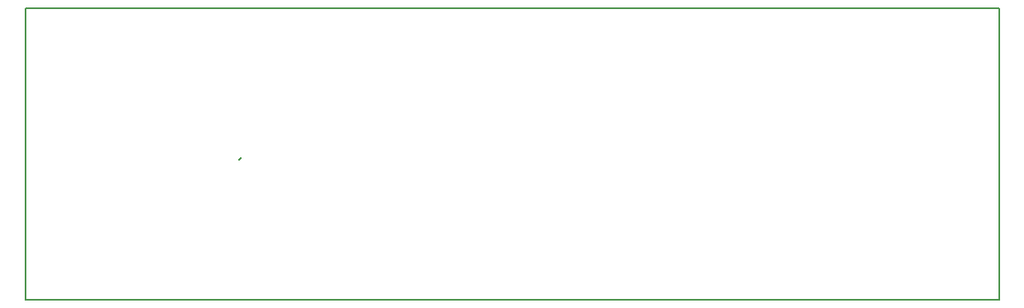
<source format=gbr>
G04 (created by PCBNEW (2013-mar-13)-testing) date Sun 10 Nov 2013 05:03:15 PM CET*
%MOIN*%
G04 Gerber Fmt 3.4, Leading zero omitted, Abs format*
%FSLAX34Y34*%
G01*
G70*
G90*
G04 APERTURE LIST*
%ADD10C,0.005906*%
%ADD11C,0.007874*%
G04 APERTURE END LIST*
G54D10*
G54D11*
X48100Y-53300D02*
X48000Y-53400D01*
X39370Y-47244D02*
X78740Y-47244D01*
X39370Y-59055D02*
X39370Y-47244D01*
X78740Y-59055D02*
X78740Y-47244D01*
X39370Y-59055D02*
X78740Y-59055D01*
M02*

</source>
